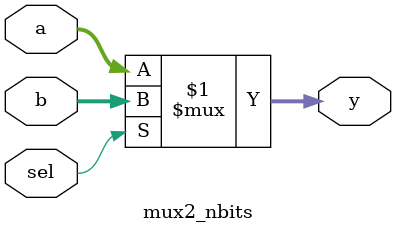
<source format=v>

`timescale 1ns/1ps

module count_ascendente_100_struct
#(
    // Parâmetros configuráveis
    parameter integer WIDTH      = 7,  // Largura do contador
    parameter integer MAX_COUNT  = 99  // Módulo do contador
)
(
    // Portas de E/S
    input  wire                     clk,         // Clock
    input  wire                     async_reset, // Reset assíncrono
    output wire [WIDTH-1:0]         count_out    // Saída do contador
);

    // Fios internos para interconexão dos blocos
    wire [WIDTH-1:0] count_reg;         // Saída do registrador (estado atual)
    wire [WIDTH-1:0] incremented_count; // Saída do somador (estado atual + 1)
    wire [WIDTH-1:0] mux_out;           // Saída do multiplexador (próximo estado)
    wire max_reached;                   // Saída do comparador (flag de reset síncrono)

    // Instanciação do Registrador Assíncrono de N bits
    // Armazena o valor atual do contador
    reg_async_nbits
    #(
        .WIDTH(WIDTH)
    ) u_reg_async_nbits (
        .clk        (clk),
        .async_reset(async_reset),
        .d          (mux_out),    // Entrada vem do MUX (próximo estado)
        .q          (count_reg)   // Saída é o estado atual
    );

    // Instanciação do Somador (Incrementador)
    // Calcula o valor atual + 1
    adder_inc_nbits
    #(
        .WIDTH(WIDTH)
    ) u_adder_inc_nbits (
        .a          (count_reg),        // Entrada é o estado atual
        .sum        (incremented_count) // Saída é o valor incrementado
    );

    // Instanciação do Comparador de Igualdade
    // Verifica se o contador atingiu o valor máximo (MAX_COUNT)
    comparator_eq_nbits
    #(
        .WIDTH(WIDTH),
        .CONST_VALUE(MAX_COUNT)
    ) u_comparator_eq_nbits (
        .a          (count_reg),  // Entrada é o estado atual
        .is_equal   (max_reached) // Saída é 1 se igual a MAX_COUNT
    );

    // Instanciação do Multiplexador de 2 canais
    // Seleciona o próximo estado: (atual + 1) ou (0)
    mux2_nbits
    #(
        .WIDTH(WIDTH)
    ) u_mux2_nbits (
        .sel        (max_reached),       // Se max_reached=1, seleciona entrada 'b' (0)
        .a          (incremented_count), // Entrada 'a': valor incrementado
        .b          ({WIDTH{1'b0}}),     // Entrada 'b': valor zero (reset síncrono)
        .y          (mux_out)            // Saída vai para o registrador
    );

    // Conecta o estado interno à saída do módulo
    assign count_out = count_reg;

endmodule

// ============================================================================
// Submódulos Auxiliares
// ============================================================================

// Registrador com Reset Assíncrono
module reg_async_nbits
#(
    parameter integer WIDTH = 7
)
(
    input  wire                 clk,
    input  wire                 async_reset,
    input  wire [WIDTH-1:0]     d,
    output reg  [WIDTH-1:0]     q
);
    // Lógica sequencial padrão
    always @(posedge clk or posedge async_reset) begin
        if (async_reset) begin
            q <= {WIDTH{1'b0}};
        end
        else begin
            q <= d;
        end
    end
endmodule

// Somador (Incrementador de 1)
module adder_inc_nbits
#(
    parameter integer WIDTH = 7
)
(
    input  wire [WIDTH-1:0] a,
    output wire [WIDTH-1:0] sum
);
    // Lógica combinacional de soma
    assign sum = a + 1'b1;
endmodule

// Comparador de Igualdade com Constante
module comparator_eq_nbits
#(
    parameter integer WIDTH       = 7,
    parameter integer CONST_VALUE = 99
)
(
    input  wire [WIDTH-1:0] a,
    output wire             is_equal
);
    // Lógica combinacional de comparação
    assign is_equal = (a == CONST_VALUE[WIDTH-1:0]);
endmodule

// Multiplexador 2 para 1
module mux2_nbits
#(
    parameter integer WIDTH = 7
)
(
    input  wire             sel,
    input  wire [WIDTH-1:0] a,
    input  wire [WIDTH-1:0] b,
    output wire [WIDTH-1:0] y
);
    // Lógica combinacional de seleção
    assign y = sel ? b : a;
endmodule

</source>
